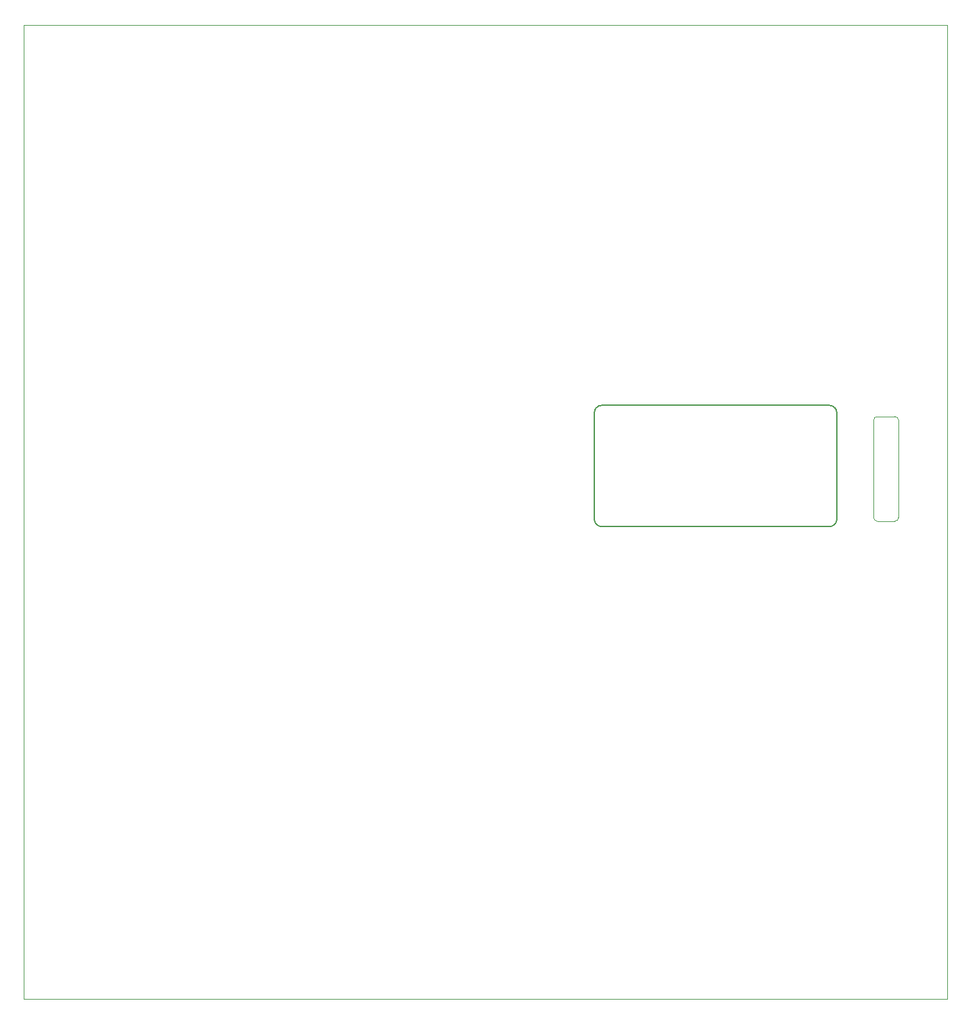
<source format=gbr>
%TF.GenerationSoftware,KiCad,Pcbnew,7.0.2*%
%TF.CreationDate,2024-07-09T14:29:17+01:00*%
%TF.ProjectId,dk2_03_panel,646b325f-3033-45f7-9061-6e656c2e6b69,rev?*%
%TF.SameCoordinates,Original*%
%TF.FileFunction,Profile,NP*%
%FSLAX46Y46*%
G04 Gerber Fmt 4.6, Leading zero omitted, Abs format (unit mm)*
G04 Created by KiCad (PCBNEW 7.0.2) date 2024-07-09 14:29:17*
%MOMM*%
%LPD*%
G01*
G04 APERTURE LIST*
%TA.AperFunction,Profile*%
%ADD10C,0.150000*%
%TD*%
%TA.AperFunction,Profile*%
%ADD11C,0.100000*%
%TD*%
G04 APERTURE END LIST*
D10*
X94350000Y-86919998D02*
X94350000Y-72919998D01*
D11*
X134000000Y-87200000D02*
G75*
G03*
X134500000Y-86700000I0J500000D01*
G01*
X131700000Y-73400000D02*
G75*
G03*
X131200000Y-73900000I0J-500000D01*
G01*
D10*
X125350000Y-87919998D02*
X95350000Y-87919998D01*
D11*
X134500000Y-73900000D02*
X134500000Y-86700000D01*
D10*
X94350002Y-86919998D02*
G75*
G03*
X95350000Y-87919998I999998J-2D01*
G01*
D11*
X131700000Y-73400000D02*
X134000000Y-73400000D01*
D10*
X126350000Y-72919998D02*
X126350000Y-86919998D01*
X125350000Y-87920000D02*
G75*
G03*
X126350000Y-86919998I0J1000000D01*
G01*
X126350002Y-72919998D02*
G75*
G03*
X125350000Y-71919998I-1000002J-2D01*
G01*
X95350000Y-71919998D02*
X125350000Y-71919998D01*
D11*
X134500000Y-73900000D02*
G75*
G03*
X134000000Y-73400000I-500000J0D01*
G01*
X131200000Y-86700000D02*
X131200000Y-73900000D01*
X134000000Y-87200000D02*
X131700000Y-87200000D01*
D10*
X95350000Y-71920000D02*
G75*
G03*
X94350000Y-72919998I0J-1000000D01*
G01*
D11*
X19050000Y-21750000D02*
X140950000Y-21750000D01*
X140950000Y-150250000D01*
X19050000Y-150250000D01*
X19050000Y-21750000D01*
X131200000Y-86700000D02*
G75*
G03*
X131700000Y-87200000I500000J0D01*
G01*
M02*

</source>
